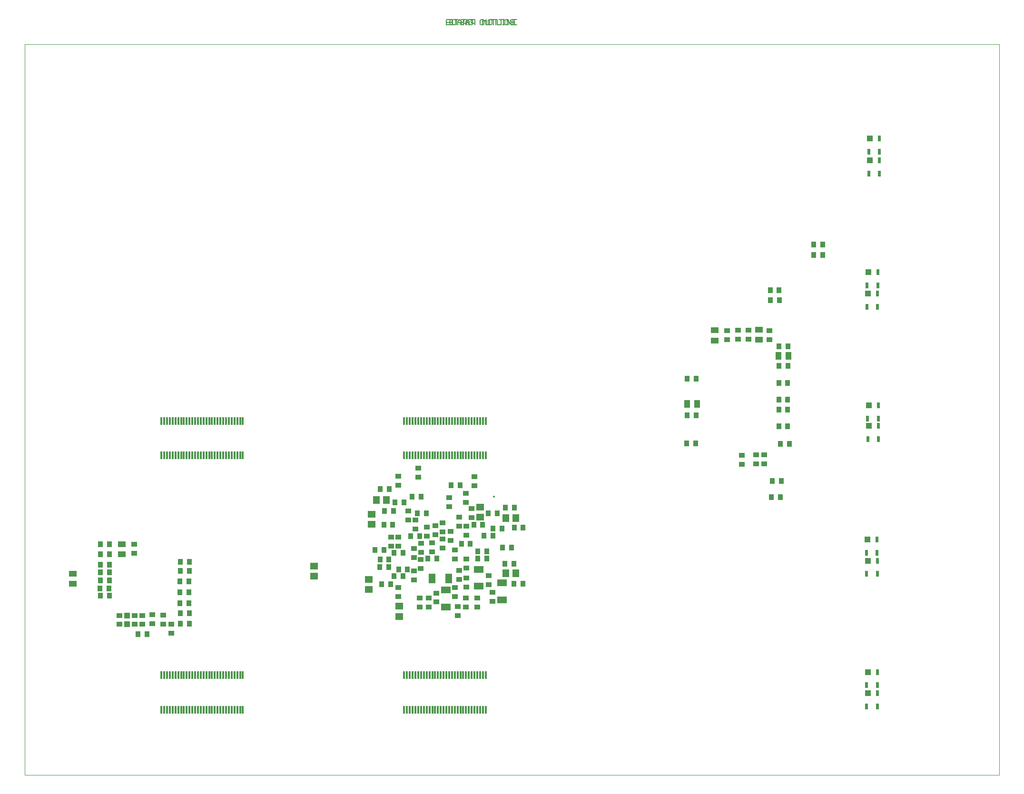
<source format=gbp>
G04 Layer_Color=128*
%FSLAX43Y43*%
%MOMM*%
G71*
G01*
G75*
%ADD10C,0.100*%
%ADD14R,0.950X1.000*%
%ADD15R,1.000X0.950*%
%ADD16R,1.000X0.900*%
%ADD20R,0.900X1.000*%
%ADD21R,1.400X1.050*%
%ADD25R,1.050X1.400*%
%ADD28R,1.000X1.000*%
%ADD39R,0.950X1.000*%
%ADD49C,0.200*%
%ADD54C,0.300*%
%ADD79R,1.000X1.000*%
%ADD80R,0.600X1.000*%
%ADD81R,1.450X1.150*%
%ADD82R,0.305X1.448*%
%ADD83R,1.150X1.450*%
%ADD84R,1.800X1.150*%
%ADD85R,1.150X1.800*%
D10*
X163425Y-10000D02*
Y120000D01*
X-10000Y-10000D02*
X163425D01*
X-10000D02*
Y120000D01*
X163425D01*
D14*
X107800Y48950D02*
D03*
X109400D02*
D03*
X109500Y60475D02*
D03*
X107900D02*
D03*
X107875Y54000D02*
D03*
X109475D02*
D03*
X125850Y66225D02*
D03*
X124250D02*
D03*
X124225Y62775D02*
D03*
X125825D02*
D03*
X125775Y59700D02*
D03*
X124175D02*
D03*
X125775Y56750D02*
D03*
X124175D02*
D03*
Y55000D02*
D03*
X125775D02*
D03*
Y52025D02*
D03*
X124175D02*
D03*
X124500Y48925D02*
D03*
X126100D02*
D03*
X5075Y24600D02*
D03*
X3475D02*
D03*
X5050Y26000D02*
D03*
X3450D02*
D03*
X5100Y29275D02*
D03*
X3500D02*
D03*
X17675Y26300D02*
D03*
X19275D02*
D03*
X17625Y22475D02*
D03*
X19225D02*
D03*
X17675Y18751D02*
D03*
X19275D02*
D03*
X78625Y24000D02*
D03*
X77025D02*
D03*
X74950Y33825D02*
D03*
X73350D02*
D03*
X77075Y27525D02*
D03*
X75475D02*
D03*
X74100Y36525D02*
D03*
X72500D02*
D03*
X76600Y30400D02*
D03*
X75000D02*
D03*
X58900Y39500D02*
D03*
X60500D02*
D03*
X55875Y38500D02*
D03*
X57475D02*
D03*
X65900Y41500D02*
D03*
X67500D02*
D03*
X73350Y32550D02*
D03*
X71750D02*
D03*
X55600Y37000D02*
D03*
X54000D02*
D03*
X53275Y40850D02*
D03*
X54875D02*
D03*
X53900Y34500D02*
D03*
X55500D02*
D03*
X77100Y37525D02*
D03*
X75500D02*
D03*
X78700Y34000D02*
D03*
X77100D02*
D03*
X59900Y36525D02*
D03*
X61500D02*
D03*
X55700Y29500D02*
D03*
X57300D02*
D03*
X58125Y26575D02*
D03*
X56525D02*
D03*
X55700Y25325D02*
D03*
X57300D02*
D03*
X53500Y23950D02*
D03*
X55100D02*
D03*
X53200Y27000D02*
D03*
X54800D02*
D03*
X53225Y28300D02*
D03*
X54825D02*
D03*
X52300Y30025D02*
D03*
X53900D02*
D03*
X69300Y31125D02*
D03*
X67700D02*
D03*
X72225Y29800D02*
D03*
X70625D02*
D03*
X61700Y28500D02*
D03*
X63300D02*
D03*
X72225Y28475D02*
D03*
X70625D02*
D03*
X58700Y32500D02*
D03*
X60300D02*
D03*
X71500Y34525D02*
D03*
X69900D02*
D03*
D15*
X115000Y67450D02*
D03*
Y69050D02*
D03*
X116900Y69125D02*
D03*
Y67525D02*
D03*
X118750Y69150D02*
D03*
Y67550D02*
D03*
X122475Y69075D02*
D03*
Y67475D02*
D03*
X121575Y46975D02*
D03*
Y45375D02*
D03*
X120125Y45350D02*
D03*
Y46950D02*
D03*
X117625Y45275D02*
D03*
Y46875D02*
D03*
X9575Y18375D02*
D03*
Y16775D02*
D03*
X14625Y18450D02*
D03*
Y16850D02*
D03*
X63100Y34300D02*
D03*
Y32700D02*
D03*
X61575Y34100D02*
D03*
Y32500D02*
D03*
X68575Y34275D02*
D03*
Y32675D02*
D03*
X64350Y34850D02*
D03*
Y33250D02*
D03*
X60475Y28300D02*
D03*
Y26700D02*
D03*
X68550Y28375D02*
D03*
Y26775D02*
D03*
X62500Y31300D02*
D03*
Y29700D02*
D03*
X66550Y30050D02*
D03*
Y28450D02*
D03*
X60525Y31200D02*
D03*
Y29600D02*
D03*
X65800Y33300D02*
D03*
Y31700D02*
D03*
X55175Y32300D02*
D03*
Y30700D02*
D03*
X56500Y32300D02*
D03*
Y30700D02*
D03*
X59275Y30275D02*
D03*
Y28675D02*
D03*
X65525Y39350D02*
D03*
Y37750D02*
D03*
X56475Y43100D02*
D03*
Y41500D02*
D03*
X58275Y36925D02*
D03*
Y35325D02*
D03*
X59550Y35350D02*
D03*
Y33750D02*
D03*
X68500Y40125D02*
D03*
Y38525D02*
D03*
X60000Y44550D02*
D03*
Y42950D02*
D03*
X69500Y37375D02*
D03*
Y35775D02*
D03*
X67325Y35850D02*
D03*
Y34250D02*
D03*
X73200Y20900D02*
D03*
Y22500D02*
D03*
X72525Y23825D02*
D03*
Y25425D02*
D03*
X70000Y41425D02*
D03*
Y43025D02*
D03*
X61900Y19850D02*
D03*
Y21450D02*
D03*
X63250Y20750D02*
D03*
Y22350D02*
D03*
X68500Y19875D02*
D03*
Y21475D02*
D03*
X67025Y18375D02*
D03*
Y19975D02*
D03*
X66575Y21750D02*
D03*
Y23350D02*
D03*
X60250Y19850D02*
D03*
Y21450D02*
D03*
X70525Y19900D02*
D03*
Y21500D02*
D03*
X59300Y24700D02*
D03*
Y26300D02*
D03*
X56500Y21700D02*
D03*
Y23300D02*
D03*
X64375Y30350D02*
D03*
Y31950D02*
D03*
X68600Y23400D02*
D03*
Y25000D02*
D03*
X67300Y24775D02*
D03*
Y26375D02*
D03*
D16*
X6825Y16775D02*
D03*
Y18375D02*
D03*
X10950D02*
D03*
Y16775D02*
D03*
X12675Y16875D02*
D03*
Y18475D02*
D03*
X16125Y16825D02*
D03*
Y15225D02*
D03*
X9500Y29425D02*
D03*
Y31025D02*
D03*
D20*
X122875Y39425D02*
D03*
X124475D02*
D03*
X3450Y21850D02*
D03*
X5050D02*
D03*
X5000Y23200D02*
D03*
X3400D02*
D03*
X3450Y27375D02*
D03*
X5050D02*
D03*
X3500Y31000D02*
D03*
X5100D02*
D03*
X17650Y24425D02*
D03*
X19250D02*
D03*
X19200Y20500D02*
D03*
X17600D02*
D03*
X19275Y16875D02*
D03*
X17675D02*
D03*
X17675Y27875D02*
D03*
X19275D02*
D03*
X11800Y15050D02*
D03*
X10200D02*
D03*
D21*
X112800Y69100D02*
D03*
Y67300D02*
D03*
X120650Y67450D02*
D03*
Y69250D02*
D03*
X7250Y31050D02*
D03*
Y29250D02*
D03*
X-1400Y25825D02*
D03*
Y24025D02*
D03*
D25*
X109675Y56025D02*
D03*
X107875D02*
D03*
X124125Y64550D02*
D03*
X125925D02*
D03*
D28*
X8200Y16825D02*
D03*
Y18325D02*
D03*
D39*
X124600Y42300D02*
D03*
X123000D02*
D03*
X124275Y74450D02*
D03*
X122675D02*
D03*
X124250Y76275D02*
D03*
X122650D02*
D03*
X132025Y84400D02*
D03*
X130425D02*
D03*
X132025Y82525D02*
D03*
X130425D02*
D03*
D49*
X77129Y124450D02*
Y123450D01*
X76629D01*
X76463Y123617D01*
Y123783D01*
X76629Y123950D01*
X77129D01*
X76629D01*
X76463Y124116D01*
Y124283D01*
X76629Y124450D01*
X77129D01*
X75630D02*
X75963D01*
X76130Y124283D01*
Y123617D01*
X75963Y123450D01*
X75630D01*
X75463Y123617D01*
Y124283D01*
X75630Y124450D01*
X75130D02*
X74463D01*
X74797D01*
Y123450D01*
X74130Y124450D02*
X73464D01*
X73797D01*
Y123450D01*
X72631Y124450D02*
X72964D01*
X73131Y124283D01*
Y123617D01*
X72964Y123450D01*
X72631D01*
X72464Y123617D01*
Y124283D01*
X72631Y124450D01*
X72131Y123450D02*
Y124450D01*
X71798Y124116D01*
X71464Y124450D01*
Y123450D01*
X70132D02*
Y124450D01*
X69632D01*
X69465Y124283D01*
Y123950D01*
X69632Y123783D01*
X70132D01*
X69132Y123450D02*
Y124116D01*
X68799Y124450D01*
X68465Y124116D01*
Y123450D01*
Y123950D01*
X69132D01*
X67466Y124283D02*
X67632Y124450D01*
X67966D01*
X68132Y124283D01*
Y124116D01*
X67966Y123950D01*
X67632D01*
X67466Y123783D01*
Y123617D01*
X67632Y123450D01*
X67966D01*
X68132Y123617D01*
X67132Y124450D02*
X66466D01*
X66799D01*
Y123450D01*
X65466Y124450D02*
X66133D01*
Y123450D01*
X65466D01*
X66133Y123950D02*
X65800D01*
X65050Y124450D02*
Y123450D01*
X65550D01*
X65716Y123617D01*
Y123783D01*
X65550Y123950D01*
X65050D01*
X65550D01*
X65716Y124116D01*
Y124283D01*
X65550Y124450D01*
X65050D01*
X66549D02*
X66216D01*
X66050Y124283D01*
Y123617D01*
X66216Y123450D01*
X66549D01*
X66716Y123617D01*
Y124283D01*
X66549Y124450D01*
X67049Y123450D02*
Y124116D01*
X67382Y124450D01*
X67716Y124116D01*
Y123450D01*
Y123950D01*
X67049D01*
X68049Y123450D02*
Y124450D01*
X68549D01*
X68715Y124283D01*
Y123950D01*
X68549Y123783D01*
X68049D01*
X68382D02*
X68715Y123450D01*
X69049Y124450D02*
Y123450D01*
X69548D01*
X69715Y123617D01*
Y124283D01*
X69548Y124450D01*
X69049D01*
X71548D02*
X71215D01*
X71048Y124283D01*
Y123617D01*
X71215Y123450D01*
X71548D01*
X71714Y123617D01*
Y124283D01*
X71548Y124450D01*
X72048D02*
Y123617D01*
X72214Y123450D01*
X72547D01*
X72714Y123617D01*
Y124450D01*
X73047D02*
X73714D01*
X73380D01*
Y123450D01*
X74047Y124450D02*
Y123450D01*
X74713D01*
X75047Y124450D02*
X75380D01*
X75213D01*
Y123450D01*
X75047D01*
X75380D01*
X75880D02*
Y124450D01*
X76546Y123450D01*
Y124450D01*
X77546D02*
X76879D01*
Y123450D01*
X77546D01*
X76879Y123950D02*
X77213D01*
D54*
X73500Y39500D02*
X73500Y39500D01*
D79*
X140400Y99325D02*
D03*
Y103225D02*
D03*
X140100Y79425D02*
D03*
X140050Y75625D02*
D03*
X140200Y55725D02*
D03*
X140225Y52075D02*
D03*
X139975Y31850D02*
D03*
X140025Y28075D02*
D03*
Y8275D02*
D03*
Y4500D02*
D03*
D80*
X142100Y99325D02*
D03*
Y97025D02*
D03*
X140200D02*
D03*
X142100Y103225D02*
D03*
Y100925D02*
D03*
X140200D02*
D03*
X141800Y79425D02*
D03*
Y77125D02*
D03*
X139900D02*
D03*
X141750Y75625D02*
D03*
Y73325D02*
D03*
X139850D02*
D03*
X141900Y55725D02*
D03*
Y53425D02*
D03*
X140000D02*
D03*
X141925Y52075D02*
D03*
Y49775D02*
D03*
X140025D02*
D03*
X141675Y31850D02*
D03*
Y29550D02*
D03*
X139775D02*
D03*
X141725Y28075D02*
D03*
Y25775D02*
D03*
X139825D02*
D03*
X141725Y8275D02*
D03*
Y5975D02*
D03*
X139825D02*
D03*
X141725Y4500D02*
D03*
Y2200D02*
D03*
X139825D02*
D03*
D81*
X71000Y35875D02*
D03*
Y37675D02*
D03*
X51700Y36350D02*
D03*
Y34550D02*
D03*
X56650Y20000D02*
D03*
Y18200D02*
D03*
X41450Y27175D02*
D03*
Y25375D02*
D03*
X51200Y24800D02*
D03*
Y23000D02*
D03*
D82*
X28328Y1612D02*
D03*
X28828D02*
D03*
X22328D02*
D03*
X22828D02*
D03*
X27328D02*
D03*
X27828D02*
D03*
X28828Y7784D02*
D03*
X28328D02*
D03*
X27828D02*
D03*
X27328D02*
D03*
X26828D02*
D03*
Y1612D02*
D03*
X26328Y7784D02*
D03*
Y1612D02*
D03*
X25828Y7784D02*
D03*
Y1612D02*
D03*
X25328Y7784D02*
D03*
Y1612D02*
D03*
X24828Y7784D02*
D03*
Y1612D02*
D03*
X24328Y7784D02*
D03*
Y1612D02*
D03*
X23828Y7784D02*
D03*
Y1612D02*
D03*
X23328Y7784D02*
D03*
Y1612D02*
D03*
X22828Y7784D02*
D03*
X22328D02*
D03*
X21828D02*
D03*
Y1612D02*
D03*
X21328Y7784D02*
D03*
Y1612D02*
D03*
X20828Y7784D02*
D03*
Y1612D02*
D03*
X20328Y7784D02*
D03*
Y1612D02*
D03*
X19828Y7784D02*
D03*
Y1612D02*
D03*
X19328Y7784D02*
D03*
Y1612D02*
D03*
X18828Y7784D02*
D03*
Y1612D02*
D03*
X18328Y7784D02*
D03*
Y1612D02*
D03*
X17828Y7784D02*
D03*
Y1612D02*
D03*
X17328Y7784D02*
D03*
Y1612D02*
D03*
X16828Y7784D02*
D03*
Y1612D02*
D03*
X16328Y7784D02*
D03*
Y1612D02*
D03*
X15828Y7784D02*
D03*
Y1612D02*
D03*
X14828Y7784D02*
D03*
Y1612D02*
D03*
X14328Y7784D02*
D03*
Y1612D02*
D03*
X15328Y7784D02*
D03*
Y1612D02*
D03*
X71532Y46832D02*
D03*
X72032D02*
D03*
X65532D02*
D03*
X66032D02*
D03*
X70532D02*
D03*
X71032D02*
D03*
X72032Y53004D02*
D03*
X71532D02*
D03*
X71032D02*
D03*
X70532D02*
D03*
X70032D02*
D03*
Y46832D02*
D03*
X69532Y53004D02*
D03*
Y46832D02*
D03*
X69032Y53004D02*
D03*
Y46832D02*
D03*
X68532Y53004D02*
D03*
Y46832D02*
D03*
X68032Y53004D02*
D03*
Y46832D02*
D03*
X67532Y53004D02*
D03*
Y46832D02*
D03*
X67032Y53004D02*
D03*
Y46832D02*
D03*
X66532Y53004D02*
D03*
Y46832D02*
D03*
X66032Y53004D02*
D03*
X65532D02*
D03*
X65032D02*
D03*
Y46832D02*
D03*
X64532Y53004D02*
D03*
Y46832D02*
D03*
X64032Y53004D02*
D03*
Y46832D02*
D03*
X63532Y53004D02*
D03*
Y46832D02*
D03*
X63032Y53004D02*
D03*
Y46832D02*
D03*
X62532Y53004D02*
D03*
Y46832D02*
D03*
X62032Y53004D02*
D03*
Y46832D02*
D03*
X61532Y53004D02*
D03*
Y46832D02*
D03*
X61032Y53004D02*
D03*
Y46832D02*
D03*
X60532Y53004D02*
D03*
Y46832D02*
D03*
X60032Y53004D02*
D03*
Y46832D02*
D03*
X59532Y53004D02*
D03*
Y46832D02*
D03*
X59032Y53004D02*
D03*
Y46832D02*
D03*
X58032Y53004D02*
D03*
Y46832D02*
D03*
X57532Y53004D02*
D03*
Y46832D02*
D03*
X58532Y53004D02*
D03*
Y46832D02*
D03*
X28328D02*
D03*
X28828D02*
D03*
X22328D02*
D03*
X22828D02*
D03*
X27328D02*
D03*
X27828D02*
D03*
X28828Y53004D02*
D03*
X28328D02*
D03*
X27828D02*
D03*
X27328D02*
D03*
X26828D02*
D03*
Y46832D02*
D03*
X26328Y53004D02*
D03*
Y46832D02*
D03*
X25828Y53004D02*
D03*
Y46832D02*
D03*
X25328Y53004D02*
D03*
Y46832D02*
D03*
X24828Y53004D02*
D03*
Y46832D02*
D03*
X24328Y53004D02*
D03*
Y46832D02*
D03*
X23828Y53004D02*
D03*
Y46832D02*
D03*
X23328Y53004D02*
D03*
Y46832D02*
D03*
X22828Y53004D02*
D03*
X22328D02*
D03*
X21828D02*
D03*
Y46832D02*
D03*
X21328Y53004D02*
D03*
Y46832D02*
D03*
X20828Y53004D02*
D03*
Y46832D02*
D03*
X20328Y53004D02*
D03*
Y46832D02*
D03*
X19828Y53004D02*
D03*
Y46832D02*
D03*
X19328Y53004D02*
D03*
Y46832D02*
D03*
X18828Y53004D02*
D03*
Y46832D02*
D03*
X18328Y53004D02*
D03*
Y46832D02*
D03*
X17828Y53004D02*
D03*
Y46832D02*
D03*
X17328Y53004D02*
D03*
Y46832D02*
D03*
X16828Y53004D02*
D03*
Y46832D02*
D03*
X16328Y53004D02*
D03*
Y46832D02*
D03*
X15828Y53004D02*
D03*
Y46832D02*
D03*
X14828Y53004D02*
D03*
Y46832D02*
D03*
X14328Y53004D02*
D03*
Y46832D02*
D03*
X15328Y53004D02*
D03*
Y46832D02*
D03*
X71532Y1612D02*
D03*
X72032D02*
D03*
X65532D02*
D03*
X66032D02*
D03*
X70532D02*
D03*
X71032D02*
D03*
X72032Y7784D02*
D03*
X71532D02*
D03*
X71032D02*
D03*
X70532D02*
D03*
X70032D02*
D03*
Y1612D02*
D03*
X69532Y7784D02*
D03*
Y1612D02*
D03*
X69032Y7784D02*
D03*
Y1612D02*
D03*
X68532Y7784D02*
D03*
Y1612D02*
D03*
X68032Y7784D02*
D03*
Y1612D02*
D03*
X67532Y7784D02*
D03*
Y1612D02*
D03*
X67032Y7784D02*
D03*
Y1612D02*
D03*
X66532Y7784D02*
D03*
Y1612D02*
D03*
X66032Y7784D02*
D03*
X65532D02*
D03*
X65032D02*
D03*
Y1612D02*
D03*
X64532Y7784D02*
D03*
Y1612D02*
D03*
X64032Y7784D02*
D03*
Y1612D02*
D03*
X63532Y7784D02*
D03*
Y1612D02*
D03*
X63032Y7784D02*
D03*
Y1612D02*
D03*
X62532Y7784D02*
D03*
Y1612D02*
D03*
X62032Y7784D02*
D03*
Y1612D02*
D03*
X61532Y7784D02*
D03*
Y1612D02*
D03*
X61032Y7784D02*
D03*
Y1612D02*
D03*
X60532Y7784D02*
D03*
Y1612D02*
D03*
X60032Y7784D02*
D03*
Y1612D02*
D03*
X59532Y7784D02*
D03*
Y1612D02*
D03*
X59032Y7784D02*
D03*
Y1612D02*
D03*
X58032Y7784D02*
D03*
Y1612D02*
D03*
X57532Y7784D02*
D03*
Y1612D02*
D03*
X58532Y7784D02*
D03*
Y1612D02*
D03*
D83*
X75575Y25900D02*
D03*
X77375D02*
D03*
X54375Y38950D02*
D03*
X52575D02*
D03*
X75625Y35650D02*
D03*
X77425D02*
D03*
D84*
X70750Y23550D02*
D03*
Y26550D02*
D03*
X64950Y19875D02*
D03*
Y22875D02*
D03*
X74900Y21150D02*
D03*
Y24150D02*
D03*
D85*
X62475Y24950D02*
D03*
X65475D02*
D03*
M02*

</source>
